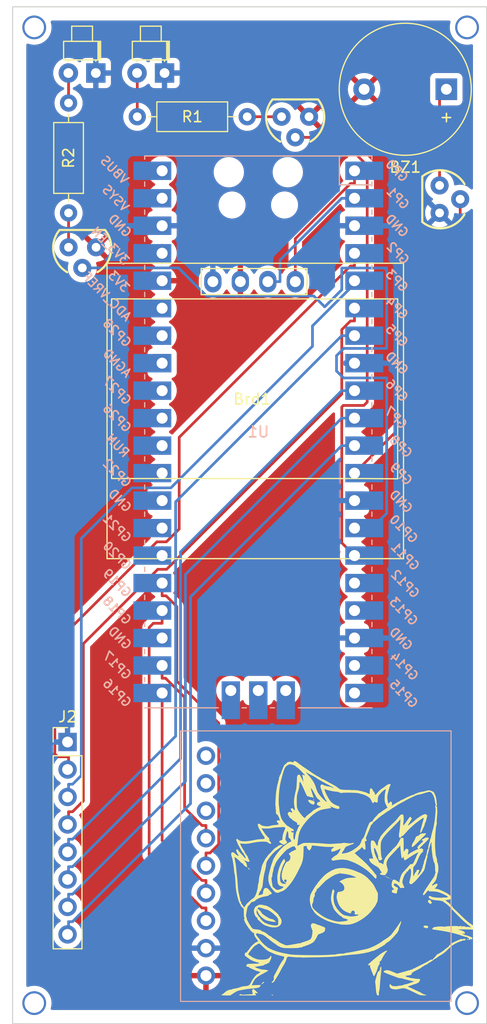
<source format=kicad_pcb>
(kicad_pcb (version 20221018) (generator pcbnew)
  (layers (0 "F.Cu" signal) (31 "B.Cu" signal) (34 "B.Paste" user) (35 "F.Paste" user) (36 "B.SilkS" user "B.Silkscreen") (37 "F.SilkS" user "F.Silkscreen") (38 "B.Mask" user) (39 "F.Mask" user) (44 "Edge.Cuts" user))
  (net 0 "")
  (net 1 "GND")
  (net 2 "+3V3")
  (net 3 "Net-(Brd1-SCL)")
  (net 4 "Net-(Brd1-SDA)")
  (net 5 "Net-(J2-Pin_2)")
  (net 6 "Net-(J2-Pin_3)")
  (net 7 "Net-(J2-Pin_4)")
  (net 8 "Net-(J2-Pin_5)")
  (net 9 "Net-(J2-Pin_6)")
  (net 10 "Net-(J2-Pin_7)")
  (net 11 "Net-(J2-Pin_8)")
  (net 12 "Net-(BZ1-+)")
  (net 13 "Net-(D1-A)")
  (net 14 "Net-(D2-A)")
  (net 19 "Net-(U1-GPIO16)")
  (net 20 "Net-(U1-GPIO17)")
  (net 21 "Net-(U1-GPIO18)")
  (net 22 "Net-(U1-GPIO19)")
  (net 43 "Net-(Q1-B)")
  (net 44 "Net-(Q2-B)")
  (net 45 "Net-(Q3-B)")
  (net 46 "Net-(Q2-C)")
  (net 47 "Net-(Q3-C)")
  (footprint "Resistor_THT:R_Axial_DIN0207_L6.3mm_D2.5mm_P10.16mm_Horizontal" (layer "F.Cu") (at 104.775 53.34 90)
    (fp_text reference "R2" (at 5.08 0 90) (layer "F.SilkS"))
    (fp_text value "R")
    (pad "1" thru_hole circle (at 0 0 90) (size 1.6 1.6) (drill 0.8) (layers "*.Cu" "*.Mask") (net 46 "Net-(Q2-C)"))
    (pad "2" thru_hole oval (at 10.16 0 90) (size 1.6 1.6) (drill 0.8) (layers "*.Cu" "*.Mask") (net 13 "Net-(D1-A)"))
  )
  (footprint "LED_THT:LED_D1.8mm_W1.8mm_H2.4mm_Horizontal_O1.27mm_Z1.6mm" (layer "F.Cu") (at 107.295 40.41 180)
    (fp_text reference "D1" hide)
    (fp_text value "LED")
    (pad "1" thru_hole rect (at 0 0 180) (size 1.8 1.8) (drill 0.9) (layers "*.Cu" "*.Mask") (net 1 "GND"))
    (pad "2" thru_hole circle (at 2.54 0 180) (size 1.8 1.8) (drill 0.9) (layers "*.Cu" "*.Mask") (net 13 "Net-(D1-A)"))
  )
  (footprint "Connector_PinHeader_2.54mm:PinHeader_1x08_P2.54mm_Vertical" (layer "F.Cu") (at 104.6819 102.235)
    (fp_text reference "J2" (at 0 -2.33) (layer "F.SilkS"))
    (fp_text value "Conn_01x08_Pin")
    (pad "1" thru_hole rect (at 0 0) (size 1.7 1.7) (drill 1) (layers "*.Cu" "*.Mask") (net 1 "GND"))
    (pad "2" thru_hole oval (at 0 2.54) (size 1.7 1.7) (drill 1) (layers "*.Cu" "*.Mask") (net 5 "Net-(J2-Pin_2)"))
    (pad "3" thru_hole oval (at 0 5.08) (size 1.7 1.7) (drill 1) (layers "*.Cu" "*.Mask") (net 6 "Net-(J2-Pin_3)"))
    (pad "4" thru_hole oval (at 0 7.62) (size 1.7 1.7) (drill 1) (layers "*.Cu" "*.Mask") (net 7 "Net-(J2-Pin_4)"))
    (pad "5" thru_hole oval (at 0 10.16) (size 1.7 1.7) (drill 1) (layers "*.Cu" "*.Mask") (net 8 "Net-(J2-Pin_5)"))
    (pad "6" thru_hole oval (at 0 12.7) (size 1.7 1.7) (drill 1) (layers "*.Cu" "*.Mask") (net 9 "Net-(J2-Pin_6)"))
    (pad "7" thru_hole oval (at 0 15.24) (size 1.7 1.7) (drill 1) (layers "*.Cu" "*.Mask") (net 10 "Net-(J2-Pin_7)"))
    (pad "8" thru_hole oval (at 0 17.78) (size 1.7 1.7) (drill 1) (layers "*.Cu" "*.Mask") (net 11 "Net-(J2-Pin_8)"))
  )
  (footprint "LED_THT:LED_D1.8mm_W1.8mm_H2.4mm_Horizontal_O1.27mm_Z1.6mm" (layer "F.Cu") (at 113.645 40.41 180)
    (fp_text reference "D2" hide)
    (fp_text value "LED")
    (pad "1" thru_hole rect (at 0 0 180) (size 1.8 1.8) (drill 0.9) (layers "*.Cu" "*.Mask") (net 1 "GND"))
    (pad "2" thru_hole circle (at 2.54 0 180) (size 1.8 1.8) (drill 0.9) (layers "*.Cu" "*.Mask") (net 14 "Net-(D2-A)"))
  )
  (footprint "Buzzer_Beeper:Buzzer_12x9.5RM7.6" (layer "F.Cu") (at 139.69 41.91 180)
    (fp_text reference "BZ1" (at 3.8 -7.2) (layer "F.SilkS"))
    (fp_text value "Buzzer")
    (fp_text user "+" (at -0.01 -2.54) (layer "F.SilkS"))
    (pad "1" thru_hole rect (at 0 0 180) (size 2 2) (drill 1) (layers "*.Cu" "*.Mask") (net 12 "Net-(BZ1-+)"))
    (pad "2" thru_hole circle (at 7.6 0 180) (size 2 2) (drill 1) (layers "*.Cu" "*.Mask") (net 2 "+3V3"))
  )
  (footprint "Resistor_THT:R_Axial_DIN0207_L6.3mm_D2.5mm_P10.16mm_Horizontal" (layer "F.Cu") (at 121.285 44.45 180)
    (fp_text reference "R1" (at 5.08 0) (layer "F.SilkS"))
    (fp_text value "R")
    (pad "1" thru_hole circle (at 0 0 180) (size 1.6 1.6) (drill 0.8) (layers "*.Cu" "*.Mask") (net 47 "Net-(Q3-C)"))
    (pad "2" thru_hole oval (at 10.16 0 180) (size 1.6 1.6) (drill 0.8) (layers "*.Cu" "*.Mask") (net 14 "Net-(D2-A)"))
  )
  (footprint "Library:TO92" (layer "F.Cu") (at 125.73 44.45 180)
    (fp_text reference "Q3" hide)
    (fp_text value "NPN")
    (pad "1" thru_hole circle (at 1.27 0 180) (size 1.6764 1.6764) (drill 0.8128) (layers "*.Cu" "*.Mask") (net 47 "Net-(Q3-C)"))
    (pad "2" thru_hole circle (at 0 -1.905 180) (size 1.6764 1.6764) (drill 0.8128) (layers "*.Cu" "*.Mask") (net 45 "Net-(Q3-B)"))
    (pad "3" thru_hole circle (at -1.27 0 180) (size 1.6764 1.6764) (drill 0.8128) (layers "*.Cu" "*.Mask") (net 2 "+3V3"))
  )
  (footprint "Library:TO92" (layer "F.Cu") (at 106.045 56.515 180)
    (fp_text reference "Q2" hide)
    (fp_text value "NPN")
    (pad "1" thru_hole circle (at 1.27 0 180) (size 1.6764 1.6764) (drill 0.8128) (layers "*.Cu" "*.Mask") (net 46 "Net-(Q2-C)"))
    (pad "2" thru_hole circle (at 0 -1.905 180) (size 1.6764 1.6764) (drill 0.8128) (layers "*.Cu" "*.Mask") (net 44 "Net-(Q2-B)"))
    (pad "3" thru_hole circle (at -1.27 0 180) (size 1.6764 1.6764) (drill 0.8128) (layers "*.Cu" "*.Mask") (net 2 "+3V3"))
  )
  (footprint "Library:TO92" (layer "F.Cu") (at 139.065 52.07 -90)
    (fp_text reference "Q1" hide)
    (fp_text value "NPN")
    (pad "1" thru_hole circle (at 1.27 0 270) (size 1.6764 1.6764) (drill 0.8128) (layers "*.Cu" "*.Mask") (net 1 "GND"))
    (pad "2" thru_hole circle (at 0 -1.905 270) (size 1.6764 1.6764) (drill 0.8128) (layers "*.Cu" "*.Mask") (net 43 "Net-(Q1-B)"))
    (pad "3" thru_hole circle (at -1.27 0 270) (size 1.6764 1.6764) (drill 0.8128) (layers "*.Cu" "*.Mask") (net 12 "Net-(BZ1-+)"))
  )
  (footprint "SSD1306:128x64OLED" (layer "F.Cu") (at 121.73 70.29)
    (fp_text reference "Brd1" (at 0 0.254) (layer "F.SilkS"))
    (fp_text value "SSD1306")
    (pad "1" thru_hole oval (at -3.62 -10.6 90) (size 2 1.6) (drill 1) (layers "*.Cu" "*.Mask") (net 1 "GND"))
    (pad "2" thru_hole oval (at -1.08 -10.6 90) (size 2 1.6) (drill 1) (layers "*.Cu" "*.Mask") (net 2 "+3V3"))
    (pad "3" thru_hole oval (at 1.46 -10.6 90) (size 2 1.6) (drill 1) (layers "*.Cu" "*.Mask") (net 3 "Net-(Brd1-SCL)"))
    (pad "4" thru_hole oval (at 4 -10.6 90) (size 2 1.6) (drill 1) (layers "*.Cu" "*.Mask") (net 4 "Net-(Brd1-SDA)"))
  )
  (footprint "LOGO" (layer "F.Cu") (at 130.175 114.3)
    (fp_text reference "G***" hide)
    (fp_text value "LOGO" hide)
  )
  (footprint "MCU_RaspberryPi_and_Boards:RPi_Pico_SMD_TH" (layer "B.Cu") (at 122.31 73.575 180)
    (fp_text reference "U1" (at 0 0) (layer "B.SilkS") (effects (justify mirror)))
    (fp_text value "Pico")
    (fp_text user "GP0" (at -12.8 24.13 135) (layer "B.SilkS") (effects (font (size 0.8 0.8)) (justify mirror)))
    (fp_text user "GP5" (at -12.8 8.89 135) (layer "B.SilkS") (effects (font (size 0.8 0.8)) (justify mirror)))
    (fp_text user "GP7" (at -12.7 1.3 135) (layer "B.SilkS") (effects (font (size 0.8 0.8)) (justify mirror)))
    (fp_text user "GP28" (at 13.054 9.144 135) (layer "B.SilkS") (effects (font (size 0.8 0.8)) (justify mirror)))
    (fp_text user "GND" (at -12.8 6.35 135) (layer "B.SilkS") (effects (font (size 0.8 0.8)) (justify mirror)))
    (fp_text user "GP16" (at 13.054 -24.13 135) (layer "B.SilkS") (effects (font (size 0.8 0.8)) (justify mirror)))
    (fp_text user "AGND" (at 13.054 6.35 135) (layer "B.SilkS") (effects (font (size 0.8 0.8)) (justify mirror)))
    (fp_text user "GP26" (at 13.054 1.27 135) (layer "B.SilkS") (effects (font (size 0.8 0.8)) (justify mirror)))
    (fp_text user "GP18" (at 13.054 -16.51 135) (layer "B.SilkS") (effects (font (size 0.8 0.8)) (justify mirror)))
    (fp_text user "GP12" (at -13.58 -14.055 135) (layer "B.SilkS") (effects (font (size 0.8 0.8)) (justify mirror)))
    (fp_text user "GP3" (at -12.8 13.97 135) (layer "B.SilkS") (effects (font (size 0.8 0.8)) (justify mirror)))
    (fp_text user "GP4" (at -12.8 11.43 135) (layer "B.SilkS") (effects (font (size 0.8 0.8)) (justify mirror)))
    (fp_text user "GP11" (at -13.58 -11.515 135) (layer "B.SilkS") (effects (font (size 0.8 0.8)) (justify mirror)))
    (fp_text user "3V3_EN" (at 13.7 17.2 135) (layer "B.SilkS") (effects (font (size 0.8 0.8)) (justify mirror)))
    (fp_text user "GP19" (at 13.054 -13.97 135) (layer "B.SilkS") (effects (font (size 0.8 0.8)) (justify mirror)))
    (fp_text user "ADC_VREF" (at 14 12.5 135) (layer "B.SilkS") (effects (font (size 0.8 0.8)) (justify mirror)))
    (fp_text user "VBUS" (at 13.3 24.2 135) (layer "B.SilkS") (effects (font (size 0.8 0.8)) (justify mirror)))
    (fp_text user "GND" (at -13.18 -6.435 135) (layer "B.SilkS") (effects (font (size 0.8 0.8)) (justify mirror)))
    (fp_text user "GP9" (at -13.18 -3.895 135) (layer "B.SilkS") (effects (font (size 0.8 0.8)) (justify mirror)))
    (fp_text user "VSYS" (at 13.2 21.59 135) (layer "B.SilkS") (effects (font (size 0.8 0.8)) (justify mirror)))
    (fp_text user "GP8" (at -13.18 -1.355 135) (layer "B.SilkS") (effects (font (size 0.8 0.8)) (justify mirror)))
    (fp_text user "GP27" (at 13.054 3.8 135) (layer "B.SilkS") (effects (font (size 0.8 0.8)) (justify mirror)))
    (fp_text user "GND" (at -12.8 19.05 135) (layer "B.SilkS") (effects (font (size 0.8 0.8)) (justify mirror)))
    (fp_text user "GP15" (at -13.434 -24.215 135) (layer "B.SilkS") (effects (font (size 0.8 0.8)) (justify mirror)))
    (fp_text user "GP17" (at 13.054 -21.59 135) (layer "B.SilkS") (effects (font (size 0.8 0.8)) (justify mirror)))
    (fp_text user "GND" (at 12.8 -19.05 135) (layer "B.SilkS") (effects (font (size 0.8 0.8)) (justify mirror)))
    (fp_text user "GND" (at -13.18 -19.135 135) (layer "B.SilkS") (effects (font (size 0.8 0.8)) (justify mirror)))
    (fp_text user "3V3" (at 12.9 13.9 135) (layer "B.SilkS") (effects (font (size 0.8 0.8)) (justify mirror)))
    (fp_text user "GP1" (at -12.9 21.6 135) (layer "B.SilkS") (effects (font (size 0.8 0.8)) (justify mirror)))
    (fp_text user "GP10" (at -13.434 -8.975 135) (layer "B.SilkS") (effects (font (size 0.8 0.8)) (justify mirror)))
    (fp_text user "GP20" (at 13.054 -11.43 135) (layer "B.SilkS") (effects (font (size 0.8 0.8)) (justify mirror)))
    (fp_text user "RUN" (at 13 -1.27 135) (layer "B.SilkS") (effects (font (size 0.8 0.8)) (justify mirror)))
    (fp_text user "GND" (at 12.8 -6.35 135) (layer "B.SilkS") (effects (font (size 0.8 0.8)) (justify mirror)))
    (fp_text user "GP14" (at -13.48 -21.675 135) (layer "B.SilkS") (effects (font (size 0.8 0.8)) (justify mirror)))
    (fp_text user "GP21" (at 13.054 -8.9 135) (layer "B.SilkS") (effects (font (size 0.8 0.8)) (justify mirror)))
    (fp_text user "GP13" (at -13.434 -16.595 135) (layer "B.SilkS") (effects (font (size 0.8 0.8)) (justify mirror)))
    (fp_text user "GP2" (at -12.9 16.51 135) (layer "B.SilkS") (effects (font (size 0.8 0.8)) (justify mirror)))
    (fp_text user "GP22" (at 13.054 -3.81 135) (layer "B.SilkS") (effects (font (size 0.8 0.8)) (justify mirror)))
    (fp_text user "GP6" (at -12.8 3.81 135) (layer "B.SilkS") (effects (font (size 0.8 0.8)) (justify mirror)))
    (fp_text user "GND" (at 12.8 19.05 135) (layer "B.SilkS") (effects (font (size 0.8 0.8)) (justify mirror)))
    (pad "" np_thru_hole oval (at -2.725 24 180) (size 1.8 1.8) (drill 1.8) (layers "F&B.Cu" "*.Mask"))
    (pad "" np_thru_hole oval (at -2.425 20.97 180) (size 1.5 1.5) (drill 1.5) (layers "F&B.Cu" "*.Mask"))
    (pad "" np_thru_hole oval (at 2.425 20.97 180) (size 1.5 1.5) (drill 1.5) (layers "F&B.Cu" "*.Mask"))
    (pad "" np_thru_hole oval (at 2.725 24 180) (size 1.8 1.8) (drill 1.8) (layers "F&B.Cu" "*.Mask"))
    (pad "1" thru_hole oval (at -8.89 24.13 180) (size 1.7 1.7) (drill 1.02) (layers "*.Cu" "*.Mask") (net 4 "Net-(Brd1-SDA)"))
    (pad "1" smd rect (at -8.89 24.13 180) (size 3.5 1.7) (drill (offset -0.9 0)) (layers "B.Cu" "B.Mask") (net 4 "Net-(Brd1-SDA)"))
    (pad "2" thru_hole oval (at -8.89 21.59 180) (size 1.7 1.7) (drill 1.02) (layers "*.Cu" "*.Mask") (net 3 "Net-(Brd1-SCL)"))
    (pad "2" smd rect (at -8.89 21.59 180) (size 3.5 1.7) (drill (offset -0.9 0)) (layers "B.Cu" "B.Mask") (net 3 "Net-(Brd1-SCL)"))
    (pad "3" thru_hole rect (at -8.89 19.05 180) (size 1.7 1.7) (drill 1.02) (layers "*.Cu" "*.Mask") (net 1 "GND"))
    (pad "3" smd rect (at -8.89 19.05 180) (size 3.5 1.7) (drill (offset -0.9 0)) (layers "B.Cu" "B.Mask") (net 1 "GND"))
    (pad "4" thru_hole oval (at -8.89 16.51 180) (size 1.7 1.7) (drill 1.02) (layers "*.Cu" "*.Mask") (net 5 "Net-(J2-Pin_2)"))
    (pad "4" smd rect (at -8.89 16.51 180) (size 3.5 1.7) (drill (offset -0.9 0)) (layers "B.Cu" "B.Mask") (net 5 "Net-(J2-Pin_2)"))
    (pad "5" thru_hole oval (at -8.89 13.97 180) (size 1.7 1.7) (drill 1.02) (layers "*.Cu" "*.Mask") (net 6 "Net-(J2-Pin_3)"))
    (pad "5" smd rect (at -8.89 13.97 180) (size 3.5 1.7) (drill (offset -0.9 0)) (layers "B.Cu" "B.Mask") (net 6 "Net-(J2-Pin_3)"))
    (pad "6" thru_hole oval (at -8.89 11.43 180) (size 1.7 1.7) (drill 1.02) (layers "*.Cu" "*.Mask") (net 7 "Net-(J2-Pin_4)"))
    (pad "6" smd rect (at -8.89 11.43 180) (size 3.5 1.7) (drill (offset -0.9 0)) (layers "B.Cu" "B.Mask") (net 7 "Net-(J2-Pin_4)"))
    (pad "7" thru_hole oval (at -8.89 8.89 180) (size 1.7 1.7) (drill 1.02) (layers "*.Cu" "*.Mask") (net 8 "Net-(J2-Pin_5)"))
    (pad "7" smd rect (at -8.89 8.89 180) (size 3.5 1.7) (drill (offset -0.9 0)) (layers "B.Cu" "B.Mask") (net 8 "Net-(J2-Pin_5)"))
    (pad "8" thru_hole rect (at -8.89 6.35 180) (size 1.7 1.7) (drill 1.02) (layers "*.Cu" "*.Mask") (net 1 "GND"))
    (pad "8" smd rect (at -8.89 6.35 180) (size 3.5 1.7) (drill (offset -0.9 0)) (layers "B.Cu" "B.Mask") (net 1 "GND"))
    (pad "9" thru_hole oval (at -8.89 3.81 180) (size 1.7 1.7) (drill 1.02) (layers "*.Cu" "*.Mask") (net 9 "Net-(J2-Pin_6)"))
    (pad "9" smd rect (at -8.89 3.81 180) (size 3.5 1.7) (drill (offset -0.9 0)) (layers "B.Cu" "B.Mask") (net 9 "Net-(J2-Pin_6)"))
    (pad "10" thru_hole oval (at -8.89 1.27 180) (size 1.7 1.7) (drill 1.02) (layers "*.Cu" "*.Mask") (net 10 "Net-(J2-Pin_7)"))
    (pad "10" smd rect (at -8.89 1.27 180) (size 3.5 1.7) (drill (offset -0.9 0)) (layers "B.Cu" "B.Mask") (net 10 "Net-(J2-Pin_7)"))
    (pad "11" thru_hole oval (at -8.89 -1.27 180) (size 1.7 1.7) (drill 1.02) (layers "*.Cu" "*.Mask") (net 11 "Net-(J2-Pin_8)"))
    (pad "11" smd rect (at -8.89 -1.27 180) (size 3.5 1.7) (drill (offset -0.9 0)) (layers "B.Cu" "B.Mask") (net 11 "Net-(J2-Pin_8)"))
    (pad "12" thru_hole oval (at -8.89 -3.81 180) (size 1.7 1.7) (drill 1.02) (layers "*.Cu" "*.Mask") (net 43 "Net-(Q1-B)"))
    (pad "12" smd rect (at -8.89 -3.81 180) (size 3.5 1.7) (drill (offset -0.9 0)) (layers "B.Cu" "B.Mask") (net 43 "Net-(Q1-B)"))
    (pad "13" thru_hole rect (at -8.89 -6.35 180) (size 1.7 1.7) (drill 1.02) (layers "*.Cu" "*.Mask") (net 1 "GND"))
    (pad "13" smd rect (at -8.89 -6.35 180) (size 3.5 1.7) (drill (offset -0.9 0)) (layers "B.Cu" "B.Mask") (net 1 "GND"))
    (pad "14" thru_hole oval (at -8.89 -8.89 180) (size 1.7 1.7) (drill 1.02) (layers "*.Cu" "*.Mask") (net 44 "Net-(Q2-B)"))
    (pad "14" smd rect (at -8.89 -8.89 180) (size 3.5 1.7) (drill (offset -0.9 0)) (layers "B.Cu" "B.Mask") (net 44 "Net-(Q2-B)"))
    (pad "15" thru_hole oval (at -8.89 -11.43 180) (size 1.7 1.7) (drill 1.02) (layers "*.Cu" "*.Mask") (net 45 "Net-(Q3-B)"))
    (pad "15" smd rect (at -8.89 -11.43 180) (size 3.5 1.7) (drill (offset -0.9 0)) (layers "B.Cu" "B.Mask") (net 45 "Net-(Q3-B)"))
    (pad "16" thru_hole oval (at -8.89 -13.97 180) (size 1.7 1.7) (drill 1.02) (layers "*.Cu" "*.Mask"))
    (pad "16" smd rect (at -8.89 -13.97 180) (size 3.5 1.7) (drill (offset -0.9 0)) (layers "B.Cu" "B.Mask"))
    (pad "17" thru_hole oval (at -8.89 -16.51 180) (size 1.7 1.7) (drill 1.02) (layers "*.Cu" "*.Mask"))
    (pad "17" smd rect (at -8.89 -16.51 180) (size 3.5 1.7) (drill (offset -0.9 0)) (layers "B.Cu" "B.Mask"))
    (pad "18" thru_hole rect (at -8.89 -19.05 180) (size 1.7 1.7) (drill 1.02) (layers "*.Cu" "*.Mask") (net 1 "GND"))
    (pad "18" smd rect (at -8.89 -19.05 180) (size 3.5 1.7) (drill (offset -0.9 0)) (layers "B.Cu" "B.Mask") (net 1 "GND"))
    (pad "19" thru_hole oval (at -8.89 -21.59 180) (size 1.7 1.7) (drill 1.02) (layers "*.Cu" "*.Mask"))
    (pad "19" smd rect (at -8.89 -21.59 180) (size 3.5 1.7) (drill (offset -0.9 0)) (layers "B.Cu" "B.Mask"))
    (pad "20" thru_hole oval (at -8.89 -24.13 180) (size 1.7 1.7) (drill 1.02) (layers "*.Cu" "*.Mask"))
    (pad "20" smd rect (at -8.89 -24.13 180) (size 3.5 1.7) (drill (offset -0.9 0)) (layers "B.Cu" "B.Mask"))
    (pad "21" thru_hole oval (at 8.89 -24.13 180) (size 1.7 1.7) (drill 1.02) (layers "*.Cu" "*.Mask") (net 19 "Net-(U1-GPIO16)"))
    (pad "21" smd rect (at 8.89 -24.13 180) (size 3.5 1.7) (drill (offset 0.9 0)) (layers "B.Cu" "B.Mask") (net 19 "Net-(U1-GPIO16)"))
    (pad "22" thru_hole oval (at 8.89 -21.59 180) (size 1.7 1.7) (drill 1.02) (layers "*.Cu" "*.Mask") (net 20 "Net-(U1-GPIO17)"))
    (pad "22" smd rect (at 8.89 -21.59 180) (size 3.5 1.7) (drill (offset 0.9 0)) (layers "B.Cu" "B.Mask") (net 20 "Net-(U1-GPIO17)"))
    (pad "23" thru_hole rect (at 8.89 -19.05 180) (size 1.7 1.7) (drill 1.02) (layers "*.Cu" "*.Mask"))
    (pad "23" smd rect (at 8.89 -19.05 180) (size 3.5 1.7) (drill (offset 0.9 0)) (layers "B.Cu" "B.Mask"))
    (pad "24" thru_hole oval (at 8.89 -16.51 180) (size 1.7 1.7) (drill 1.02) (layers "*.Cu" "*.Mask") (net 21 "Net-(U1-GPIO18)"))
    (pad "24" smd rect (at 8.89 -16.51 180) (size 3.5 1.7) (drill (offset 0.9 0)) (layers "B.Cu" "B.Mask") (net 21 "Net-(U1-GPIO18)"))
    (pad "25" thru_hole oval (at 8.89 -13.97 180) (size 1.7 1.7) (drill 1.02) (layers "*.Cu" "*.Mask") (net 22 "Net-(U1-GPIO19)"))
    (pad "25" smd rect (at 8.89 -13.97 180) (size 3.5 1.7) (drill (offset 0.9 0)) (layers "B.Cu" "B.Mask") (net 22 "Net-(U1-GPIO19)"))
    (pad "26" thru_hole oval (at 8.89 -11.43 180) (size 1.7 1.7) (drill 1.02) (layers "*.Cu" "*.Mask"))
    (pad "26" smd rect (at 8.89 -11.43 180) (size 3.5 1.7) (drill (offset 0.9 0)) (layers "B.Cu" "B.Mask"))
    (pad "27" thru_hole oval (at 8.89 -8.89 180) (size 1.7 1.7) (drill 1.02) (layers "*.Cu" "*.Mask"))
    (pad "27" smd rect (at 8.89 -8.89 180) (size 3.5 1.7) (drill (offset 0.9 0)) (layers "B.Cu" "B.Mask"))
    (pad "28" thru_hole rect (at 8.89 -6.35 180) (size 1.7 1.7) (drill 1.02) (layers "*.Cu" "*.Mask"))
    (pad "28" smd rect (at 8.89 -6.35 180) (size 3.5 1.7) (drill (offset 0.9 0)) (layers "B.Cu" "B.Mask"))
    (pad "29" thru_hole oval (at 8.89 -3.81 180) (size 1.7 1.7) (drill 1.02) (layers "*.Cu" "*.Mask"))
    (pad "29" smd rect (at 8.89 -3.81 180) (size 3.5 1.7) (drill (offset 0.9 0)) (layers "B.Cu" "B.Mask"))
    (pad "30" thru_hole oval (at 8.89 -1.27 180) (size 1.7 1.7) (drill 1.02) (layers "*.Cu" "*.Mask"))
    (pad "30" smd rect (at 8.89 -1.27 180) (size 3.5 1.7) (drill (offset 0.9 0)) (layers "B.Cu" "B.Mask"))
    (pad "31" thru_hole oval (at 8.89 1.27 180) (size 1.7 1.7) (drill 1.02) (layers "*.Cu" "*.Mask"))
    (pad "31" smd rect (at 8.89 1.27 180) (size 3.5 1.7) (drill (offset 0.9 0)) (layers "B.Cu" "B.Mask"))
    (pad "32" thru_hole oval (at 8.89 3.81 180) (size 1.7 1.7) (drill 1.02) (layers "*.Cu" "*.Mask"))
    (pad "32" smd rect (at 8.89 3.81 180) (size 3.5 1.7) (drill (offset 0.9 0)) (layers "B.Cu" "B.Mask"))
    (pad "33" thru_hole rect (at 8.89 6.35 180) (size 1.7 1.7) (drill 1.02) (layers "*.Cu" "*.Mask"))
    (pad "33" smd rect (at 8.89 6.35 180) (size 3.5 1.7) (drill (offset 0.9 0)) (layers "B.Cu" "B.Mask"))
    (pad "34" thru_hole oval (at 8.89 8.89 180) (size 1.7 1.7) (drill 1.02) (layers "*.Cu" "*.Mask"))
    (pad "34" smd rect (at 8.89 8.89 180) (size 3.5 1.7) (drill (offset 0.9 0)) (layers "B.Cu" "B.Mask"))
    (pad "35" thru_hole oval (at 8.89 11.43 180) (size 1.7 1.7) (drill 1.02) (layers "*.Cu" "*.Mask"))
    (pad "35" smd rect (at 8.89 11.43 180) (size 3.5 1.7) (drill (offset 0.9 0)) (layers "B.Cu" "B.Mask"))
    (pad "36" thru_hole oval (at 8.89 13.97 180) (size 1.7 1.7) (drill 1.02) (layers "*.Cu" "*.Mask") (net 2 "+3V3"))
    (pad "36" smd rect (at 8.89 13.97 180) (size 3.5 1.7) (drill (offset 0.9 0)) (layers "B.Cu" "B.Mask") (net 2 "+3V3"))
    (pad "37" thru_hole oval (at 8.89 16.51 180) (size 1.7 1.7) (drill 1.02) (layers "*.Cu" "*.Mask"))
    (pad "37" smd rect (at 8.89 16.51 180) (size 3.5 1.7) (drill (offset 0.9 0)) (layers "B.Cu" "B.Mask"))
    (pad "38" thru_hole rect (at 8.89 19.05 180) (size 1.7 1.7) (drill 1.02) (layers "*.Cu" "*.Mask") (net 1 "GND"))
    (pad "38" smd rect (at 8.89 19.05 180) (size 3.5 1.7) (drill (offset 0.9 0)) (layers "B.Cu" "B.Mask") (net 1 "GND"))
    (pad "39" thru_hole oval (at 8.89 21.59 180) (size 1.7 1.7) (drill 1.02) (layers "*.Cu" "*.Mask"))
    (pad "39" smd rect (at 8.89 21.59 180) (size 3.5 1.7) (drill (offset 0.9 0)) (layers "B.Cu" "B.Mask"))
    (pad "40" thru_hole oval (at 8.89 24.13 180) (size 1.7 1.7) (drill 1.02) (layers "*.Cu" "*.Mask"))
    (pad "40" smd rect (at 8.89 24.13 180) (size 3.5 1.7) (drill (offset 0.9 0)) (layers "B.Cu" "B.Mask"))
    (pad "41" thru_hole oval (at -2.54 -23.9 180) (size 1.7 1.7) (drill 1.02) (layers "*.Cu" "*.Mask"))
    (pad "41" smd rect (at -2.54 -23.9 90) (size 3.5 1.7) (drill (offset -0.9 0)) (layers "B.Cu" "B.Mask"))
    (pad "42" thru_hole rect (at 0 -23.9 180) (size 1.7 1.7) (drill 1.02) (layers "*.Cu" "*.Mask"))
    (pad "42" smd rect (at 0 -23.9 90) (size 3.5 1.7) (drill (offset -0.9 0)) (layers "B.Cu" "B.Mask"))
    (pad "43" thru_hole oval (at 2.54 -23.9 180) (size 1.7 1.7) (drill 1.02) (layers "*.Cu" "*.Mask"))
    (pad "43" smd rect (at 2.54 -23.9 90) (size 3.5 1.7) (drill (offset -0.9 0)) (layers "B.Cu" "B.Mask"))
  )
  (footprint "Library:Adafruit_Micro_SD_SPI_or_SDIO_Card_Breakout_Board" (layer "B.Cu") (at 126.875 112.955 90)
    (fp_text reference "U2" hide)
    (fp_text value "~")
    (pad "1" thru_hole oval (at -10.87 -9.4 90) (size 1.7 1.7) (drill 1.02) (layers "*.Cu" "*.Mask") (net 2 "+3V3"))
    (pad "2" thru_hole oval (at -8.33 -9.4 90) (size 1.7 1.7) (drill 1.02) (layers "*.Cu" "*.Mask") (net 1 "GND"))
    (pad "3" thru_hole oval (at -5.79 -9.4 90) (size 1.7 1.7) (drill 1.02) (layers "*.Cu" "*.Mask") (net 21 "Net-(U1-GPIO18)"))
    (pad "4" thru_hole oval (at -3.25 -9.4 90) (size 1.7 1.7) (drill 1.02) (layers "*.Cu" "*.Mask") (net 19 "Net-(U1-GPIO16)"))
    (pad "5" thru_hole oval (at -0.71 -9.4 90) (size 1.7 1.7) (drill 1.02) (layers "*.Cu" "*.Mask") (net 22 "Net-(U1-GPIO19)"))
    (pad "6" thru_hole oval (at 1.83 -9.4 90) (size 1.7 1.7) (drill 1.02) (layers "*.Cu" "*.Mask") (net 20 "Net-(U1-GPIO17)"))
    (pad "7" thru_hole oval (at 4.37 -9.4 90) (size 1.7 1.7) (drill 1.02) (layers "*.Cu" "*.Mask"))
    (pad "8" thru_hole oval (at 6.91 -9.4 90) (size 1.7 1.7) (drill 1.02) (layers "*.Cu" "*.Mask"))
    (pad "9" thru_hole oval (at 9.45 -9.4 90) (size 1.7 1.7) (drill 1.02) (layers "*.Cu" "*.Mask"))
  )
  (gr_rect (start 99.6019 34.29) (end 143.4169 128.27) (stroke (width 0.1)) (fill none) (layer "Edge.Cuts"))
  (via (at 141.605 126.365) (size 2.2) (drill 1.8) (layers "F.Cu" "B.Cu") (net 0))
  (via (at 101.6 126.365) (size 2.2) (drill 1.8) (layers "F.Cu" "B.Cu") (net 0))
  (via (at 141.605 36.195) (size 2.2) (drill 1.8) (layers "F.Cu" "B.Cu") (net 0))
  (via (at 101.6 36.195) (size 2.2) (drill 1.8) (layers "F.Cu" "B.Cu") (net 0))
  (segment (start 130.0231 51.985) (end 124.3169 57.6912) (width 0.25) (layer "B.Cu") (net 3))
  (segment (start 124.3169 57.6912) (end 124.3169 59.69) (width 0.25) (layer "B.Cu") (net 3))
  (segment (start 131.2 51.985) (end 130.0231 51.985) (width 0.25) (layer "B.Cu") (net 3))
  (segment (start 123.19 59.69) (end 124.3169 59.69) (width 0.25) (layer "B.Cu") (net 3))
  (segment (start 131.2 49.445) (end 131.2 50.6219) (width 0.25) (layer "F.Cu") (net 4))
  (segment (start 125.73 55.7241) (end 125.73 59.69) (width 0.25) (layer "F.Cu") (net 4))
  (segment (start 131.2 50.6219) (end 130.8322 50.6219) (width 0.25) (layer "F.Cu") (net 4))
  (segment (start 130.8322 50.6219) (end 125.73 55.7241) (width 0.25) (layer "F.Cu") (net 4))
  (segment (start 103.505 93.0692) (end 103.505 103.2535) (width 0.25) (layer "F.Cu") (net 5))
  (segment (start 114.9995 74.0746) (end 114.9995 82.5519) (width 0.25) (layer "F.Cu") (net 5))
  (segment (start 104.775 103.5981) (end 104.775 104.775) (width 0.25) (layer "F.Cu") (net 5))
  (segment (start 130.8322 58.2419) (end 114.9995 74.0746) (width 0.25) (layer "F.Cu") (net 5))
  (segment (start 131.2 57.065) (end 131.2 58.2419) (width 0.25) (layer "F.Cu") (net 5))
  (segment (start 114.9995 82.5519) (end 113.8164 83.735) (width 0.25) (layer "F.Cu") (net 5))
  (segment (start 103.7704 103.5981) (end 104.775 103.5981) (width 0.25) (layer "F.Cu") (net 5))
  (segment (start 112.9323 83.735) (end 103.5981 93.0692) (width 0.25) (layer "F.Cu") (net 5))
  (segment (start 113.8164 83.735) (end 112.9323 83.735) (width 0.25) (layer "F.Cu") (net 5))
  (segment (start 131.2 58.2419) (end 130.8322 58.2419) (width 0.25) (layer "F.Cu") (net 5))
  (segment (start 103.505 103.3327) (end 103.7704 103.5981) (width 0.25) (layer "F.Cu") (net 5))
  (segment (start 131.2 59.9003) (end 131.2 59.605) (width 0.25) (layer "B.Cu") (net 6))
  (segment (start 104.775 106.1381) (end 105.1429 106.1381) (width 0.25) (layer "B.Cu") (net 6))
  (segment (start 105.9519 83.4184) (end 110.6222 78.7481) (width 0.25) (layer "B.Cu") (net 6))
  (segment (start 127.3168 65.6586) (end 127.3168 63.7835) (width 0.25) (layer "B.Cu") (net 6))
  (segment (start 104.775 107.315) (end 104.775 106.1381) (width 0.25) (layer "B.Cu") (net 6))
  (segment (start 105.1429 106.1381) (end 105.9519 105.3291) (width 0.25) (layer "B.Cu") (net 6))
  (segment (start 110.6222 78.7481) (end 114.2273 78.7481) (width 0.25) (layer "B.Cu") (net 6))
  (segment (start 114.2273 78.7481) (end 127.3168 65.6586) (width 0.25) (layer "B.Cu") (net 6))
  (segment (start 105.9519 105.3291) (end 105.9519 83.4184) (width 0.25) (layer "B.Cu") (net 6))
  (segment (start 127.3168 63.7835) (end 131.2 59.9003) (width 0.25) (layer "B.Cu") (net 6))
  (segment (start 130.8321 63.3219) (end 130.0231 64.1309) (width 0.25) (layer "F.Cu") (net 7))
  (segment (start 130.0231 70.0848) (end 113.8329 86.275) (width 0.25) (layer "F.Cu") (net 7))
  (segment (start 131.2 62.145) (end 131.2 63.3219) (width 0.25) (layer "F.Cu") (net 7))
  (segment (start 104.775 109.855) (end 104.775 108.6781) (width 0.25) (layer "F.Cu") (net 7))
  (segment (start 131.2 63.3219) (end 130.8321 63.3219) (width 0.25) (layer "F.Cu") (net 7))
  (segment (start 113.8329 86.275) (end 113.0207 86.275) (width 0.25) (layer "F.Cu") (net 7))
  (segment (start 130.0231 64.1309) (end 130.0231 70.0848) (width 0.25) (layer "F.Cu") (net 7))
  (segment (start 113.0207 86.275) (end 106.1396 93.1561) (width 0.25) (layer "F.Cu") (net 7))
  (segment (start 106.1396 93.1561) (end 106.1396 107.6793) (width 0.25) (layer "F.Cu") (net 7))
  (segment (start 106.1396 107.6793) (end 105.1408 108.6781) (width 0.25) (layer "F.Cu") (net 7))
  (segment (start 105.1408 108.6781) (end 104.775 108.6781) (width 0.25) (layer "F.Cu") (net 7))
  (segment (start 131.2 64.685) (end 130.0231 64.685) (width 0.25) (layer "B.Cu") (net 8))
  (segment (start 130.0231 64.685) (end 114.6707 80.0374) (width 0.25) (layer "B.Cu") (net 8))
  (segment (start 114.6707 80.0374) (end 114.6707 101.6882) (width 0.25) (layer "B.Cu") (net 8))
  (segment (start 105.1408 111.2181) (end 104.775 111.2181) (width 0.25) (layer "B.Cu") (net 8))
  (segment (start 104.775 112.395) (end 104.775 111.2181) (width 0.25) (layer "B.Cu") (net 8))
  (segment (start 114.6707 101.6882) (end 105.1408 111.2181) (width 0.25) (layer "B.Cu") (net 8))
  (segment (start 131.2 69.765) (end 130.0231 69.765) (width 0.25) (layer "B.Cu") (net 9))
  (segment (start 104.775 114.935) (end 104.775 113.7581) (width 0.25) (layer "B.Cu") (net 9))
  (segment (start 115.1226 84.6655) (end 130.0231 69.765) (width 0.25) (layer "B.Cu") (net 9))
  (segment (start 115.1226 103.7763) (end 115.1226 84.6655) (width 0.25) (layer "B.Cu") (net 9))
  (segment (start 105.1408 113.7581) (end 115.1226 103.7763) (width 0.25) (layer "B.Cu") (net 9))
  (segment (start 104.775 113.7581) (end 105.1408 113.7581) (width 0.25) (layer "B.Cu") (net 9))
  (segment (start 131.2 72.305) (end 130.0231 72.305) (width 0.25) (layer "B.Cu") (net 10))
  (segment (start 105.1408 116.2981) (end 115.5745 105.8644) (width 0.25) (layer "B.Cu") (net 10))
  (segment (start 104.775 116.2981) (end 105.1408 116.2981) (width 0.25) (layer "B.Cu") (net 10))
  (segment (start 115.5745 86.7536) (end 130.0231 72.305) (width 0.25) (layer "B.Cu") (net 10))
  (segment (start 115.5745 105.8644) (end 115.5745 86.7536) (width 0.25) (layer "B.Cu") (net 10))
  (segment (start 104.775 117.475) (end 104.775 116.2981) (width 0.25) (layer "B.Cu") (net 10))
  (segment (start 116.0486 107.9303) (end 105.1408 118.8381) (width 0.25) (layer "B.Cu") (net 11))
  (segment (start 104.775 120.015) (end 104.775 118.8381) (width 0.25) (layer "B.Cu") (net 11))
  (segment (start 105.1408 118.8381) (end 104.775 118.8381) (width 0.25) (layer "B.Cu") (net 11))
  (segment (start 116.0486 88.8195) (end 116.0486 107.9303) (width 0.25) (layer "B.Cu") (net 11))
  (segment (start 131.2 74.845) (end 130.0231 74.845) (width 0.25) (layer "B.Cu") (net 11))
  (segment (start 130.0231 74.845) (end 116.0486 88.8195) (width 0.25) (layer "B.Cu") (net 11))
  (segment (start 139.065 50.8) (end 139.065 42.535) (width 0.25) (layer "F.Cu") (net 12))
  (segment (start 139.065 42.535) (end 139.69 41.91) (width 0.25) (layer "F.Cu") (net 12))
  (segment (start 104.775 43.18) (end 104.775 40.43) (width 0.25) (layer "F.Cu") (net 13))
  (segment (start 104.775 40.43) (end 104.755 40.41) (width 0.25) (layer "F.Cu") (net 13))
  (segment (start 111.125 44.45) (end 111.125 40.43) (width 0.25) (layer "F.Cu") (net 14))
  (segment (start 111.125 40.43) (end 111.105 40.41) (width 0.25) (layer "F.Cu") (net 14))
  (segment (start 117.475 116.205) (end 117.475 115.0281) (width 0.25) (layer "F.Cu") (net 19))
  (segment (start 113.42 97.705) (end 113.42 98.8819) (width 0.25) (layer "F.Cu") (net 19))
  (segment (start 117.475 115.0281) (end 117.1072 115.0281) (width 0.25) (layer "F.Cu") (net 19))
  (segment (start 113.4201 98.8819) (end 113.42 98.8819) (width 0.25) (layer "F.Cu") (net 19))
  (segment (start 113.4201 111.341) (end 113.4201 98.8819) (width 0.25) (layer "F.Cu") (net 19))
  (segment (start 117.1072 115.0281) (end 113.4201 111.341) (width 0.25) (layer "F.Cu") (net 19))
  (segment (start 113.7404 96.3419) (end 113.42 96.3419) (width 0.25) (layer "F.Cu") (net 20))
  (segment (start 117.475 111.125) (end 117.475 109.9481) (width 0.25) (layer "F.Cu") (net 20))
  (segment (start 117.475 109.9481) (end 117.1071 109.9481) (width 0.25) (layer "F.Cu") (net 20))
  (segment (start 115.5007 98.1022) (end 113.7404 96.3419) (width 0.25) (layer "F.Cu") (net 20))
  (segment (start 113.42 95.165) (end 113.42 96.3419) (width 0.25) (layer "F.Cu") (net 20))
  (segment (start 117.1071 109.9481) (end 115.5007 108.3417) (width 0.25) (layer "F.Cu") (net 20))
  (segment (start 115.5007 108.3417) (end 115.5007 98.1022) (width 0.25) (layer "F.Cu") (net 20))
  (segment (start 112.6109 91.2619) (end 112.2236 91.6492) (width 0.25) (layer "F.Cu") (net 21))
  (segment (start 112.2236 91.6492) (end 112.2236 112.6845) (width 0.25) (layer "F.Cu") (net 21))
  (segment (start 112.2236 112.6845) (end 117.1072 117.5681) (width 0.25) (layer "F.Cu") (net 21))
  (segment (start 117.475 118.745) (end 117.475 117.5681) (width 0.25) (layer "F.Cu") (net 21))
  (segment (start 113.42 91.2619) (end 112.6109 91.2619) (width 0.25) (layer "F.Cu") (net 21))
  (segment (start 113.42 90.085) (end 113.42 91.2619) (width 0.25) (layer "F.Cu") (net 21))
  (segment (start 117.1072 117.5681) (end 117.475 117.5681) (width 0.25) (layer "F.Cu") (net 21))
  (segment (start 117.475 112.4881) (end 117.8428 112.4881) (width 0.25) (layer "F.Cu") (net 22))
  (segment (start 117.475 113.665) (end 117.475 112.4881) (width 0.25) (layer "F.Cu") (net 22))
  (segment (start 118.6539 100.4903) (end 114.7846 96.621) (width 0.25) (layer "F.Cu") (net 22))
  (segment (start 117.8428 112.4881) (end 118.6539 111.677) (width 0.25) (layer "F.Cu") (net 22))
  (segment (start 113.7858 88.7219) (end 113.42 88.7219) (width 0.25) (layer "F.Cu") (net 22))
  (segment (start 114.7846 89.7207) (end 113.7858 88.7219) (width 0.25) (layer "F.Cu") (net 22))
  (segment (start 114.7846 96.621) (end 114.7846 89.7207) (width 0.25) (layer "F.Cu") (net 22))
  (segment (start 113.42 87.545) (end 113.42 88.7219) (width 0.25) (layer "F.Cu") (net 22))
  (segment (start 118.6539 111.677) (end 118.6539 100.4903) (width 0.25) (layer "F.Cu") (net 22))
  (segment (start 140.97 67.615) (end 131.2 77.385) (width 0.25) (layer "F.Cu") (net 43))
  (segment (start 140.97 52.07) (end 140.97 67.615) (width 0.25) (layer "F.Cu") (net 43))
  (segment (start 117.53 61.015) (end 114.935 58.42) (width 0.25) (layer "B.Cu") (net 44))
  (segment (start 130.215 65.86) (end 129.54 66.535) (width 0.25) (layer "B.Cu") (net 44))
  (segment (start 114.935 58.42) (end 106.045 58.42) (width 0.25) (layer "B.Cu") (net 44))
  (segment (start 132.81 82.465) (end 131.2 82.465) (width 0.25) (layer "B.Cu") (net 44))
  (segment (start 130.025 58.43) (end 130.025 60.438904) (width 0.25) (layer "B.Cu") (net 44))
  (segment (start 133.985 58.43) (end 134.175 58.43) (width 0.25) (layer "B.Cu") (net 44))
  (segment (start 129.54 67.945) (end 130.185 68.59) (width 0.25) (layer "B.Cu") (net 44))
  (segment (start 134.175 81.1) (end 132.81 82.465) (width 0.25) (layer "B.Cu") (net 44))
  (segment (start 134.175 58.62) (end 134.175 65.86) (width 0.25) (layer "B.Cu") (net 44))
  (segment (start 129.54 66.535) (end 129.54 67.945) (width 0.25) (layer "B.Cu") (net 44))
  (segment (start 127.44 61.015) (end 117.53 61.015) (width 0.25) (layer "B.Cu") (net 44))
  (segment (start 134.175 65.86) (end 130.215 65.86) (width 0.25) (layer "B.Cu") (net 44))
  (segment (start 133.985 58.43) (end 130.025 58.43) (width 0.25) (layer "B.Cu") (net 44))
  (segment (start 128.444452 62.019452) (end 127.44 61.015) (width 0.25) (layer "B.Cu") (net 44))
  (segment (start 130.185 68.59) (end 134.175 68.59) (width 0.25) (layer "B.Cu") (net 44))
  (segment (start 134.175 68.59) (end 134.175 81.1) (width 0.25) (layer "B.Cu") (net 44))
  (segment (start 133.985 58.43) (end 134.175 58.62) (width 0.25) (layer "B.Cu") (net 44))
  (segment (start 130.025 60.438904) (end 128.444452 62.019452) (width 0.25) (layer "B.Cu") (net 44))
  (segment (start 132.375 48.958299) (end 132.375 70.824999) (width 0.25) (layer "F.Cu") (net 45))
  (segment (start 130.025 83.83) (end 131.2 85.005) (width 0.25) (layer "F.Cu") (net 45))
  (segment (start 129.771701 46.355) (end 132.375 48.958299) (width 0.25) (layer "F.Cu") (net 45))
  (segment (start 130.025 71.27) (end 130.025 83.83) (width 0.25) (layer "F.Cu") (net 45))
  (segment (start 125.73 46.355) (end 129.771701 46.355) (width 0.25) (layer "F.Cu") (net 45))
  (segment (start 132.375 70.824999) (end 132.069999 71.13) (width 0.25) (layer "F.Cu") (net 45))
  (segment (start 130.165 71.13) (end 130.025 71.27) (width 0.25) (layer "F.Cu") (net 45))
  (segment (start 132.069999 71.13) (end 130.165 71.13) (width 0.25) (layer "F.Cu") (net 45))
  (segment (start 104.775 53.34) (end 104.775 56.515) (width 0.25) (layer "F.Cu") (net 46))
  (segment (start 121.285 44.45) (end 124.46 44.45) (width 0.25) (layer "F.Cu") (net 47))
  (zone (net 2) (net_name "+3V3") (layer "F.Cu") (priority 1) (connect_pads (clearance 0.5)) (min_thickness 0.25) (fill yes (thermal_gap 0.5) (thermal_bridge_width 0.5))
    (polygon (pts (xy 100.8719 35.56) (xy 142.1469 35.56) (xy 142.1469 127) (xy 100.8719 127)))
  )
  (zone (net 1) (net_name "GND") (layer "B.Cu") (connect_pads (clearance 0.5)) (min_thickness 0.25) (fill yes (thermal_gap 0.5) (thermal_bridge_width 0.5))
    (polygon (pts (xy 100.8719 35.56) (xy 142.1469 35.56) (xy 142.1469 127) (xy 100.8719 127)))
  )
)
</source>
